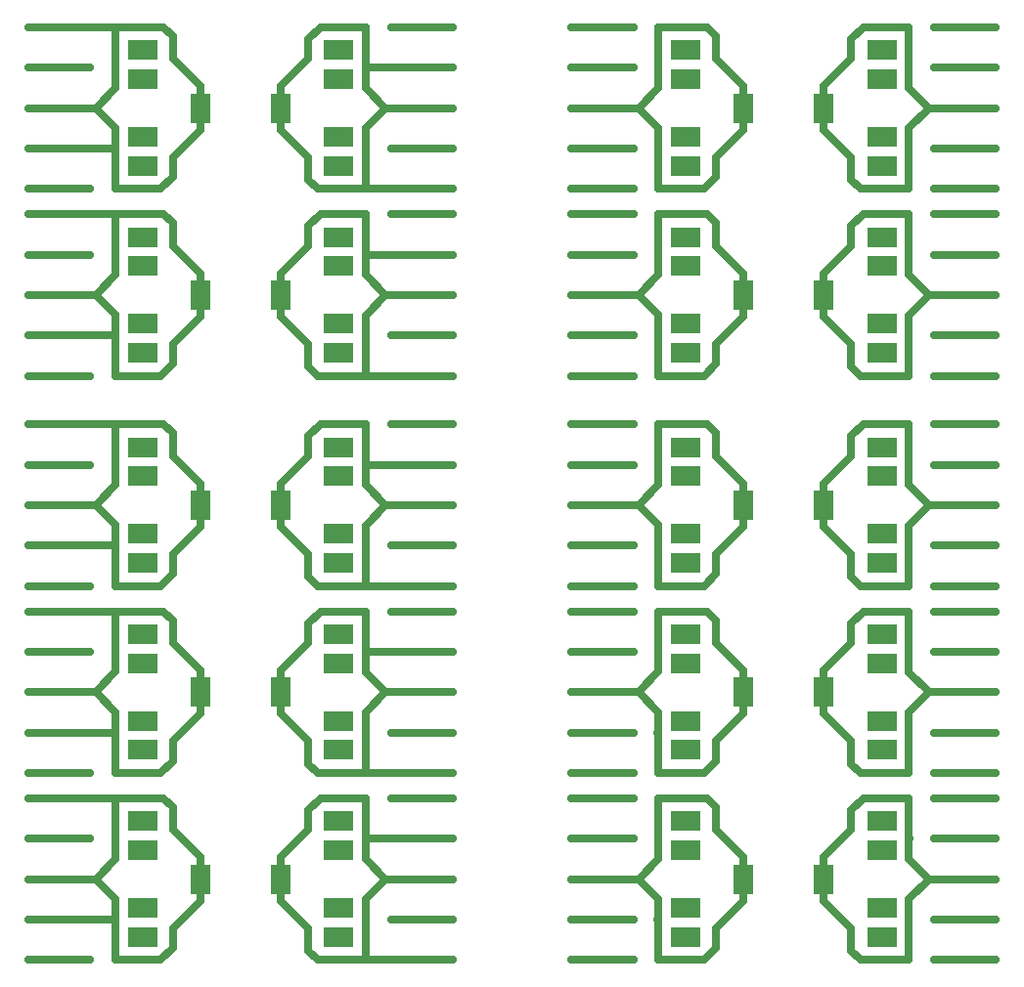
<source format=gbl>
G04 #@! TF.GenerationSoftware,KiCad,Pcbnew,(5.1.0)-1*
G04 #@! TF.CreationDate,2019-05-31T01:19:26-04:00*
G04 #@! TF.ProjectId,10x-Input-10x-Output,3130782d-496e-4707-9574-2d3130782d4f,0.1*
G04 #@! TF.SameCoordinates,Original*
G04 #@! TF.FileFunction,Copper,L2,Bot*
G04 #@! TF.FilePolarity,Positive*
%FSLAX46Y46*%
G04 Gerber Fmt 4.6, Leading zero omitted, Abs format (unit mm)*
G04 Created by KiCad (PCBNEW (5.1.0)-1) date 2019-05-31 01:19:26*
%MOMM*%
%LPD*%
G04 APERTURE LIST*
%ADD10R,2.500000X1.800000*%
%ADD11R,1.800000X2.500000*%
%ADD12C,0.609600*%
%ADD13C,0.635000*%
G04 APERTURE END LIST*
D10*
X140050000Y-68904000D03*
X140050000Y-73904000D03*
D11*
X145050000Y-71404000D03*
D10*
X140050000Y-66404000D03*
X140050000Y-76404000D03*
X157050000Y-100804000D03*
X157050000Y-110804000D03*
D11*
X152050000Y-105804000D03*
D10*
X157050000Y-103304000D03*
X157050000Y-108304000D03*
X140050000Y-103304000D03*
X140050000Y-108304000D03*
D11*
X145050000Y-105804000D03*
D10*
X140050000Y-100804000D03*
X140050000Y-110804000D03*
X157050000Y-66404000D03*
X157050000Y-76404000D03*
D11*
X152050000Y-71404000D03*
D10*
X157050000Y-68904000D03*
X157050000Y-73904000D03*
X157050000Y-90104000D03*
X157050000Y-85104000D03*
D11*
X152050000Y-87604000D03*
D10*
X157050000Y-92604000D03*
X157050000Y-82604000D03*
X140050000Y-92604000D03*
X140050000Y-82604000D03*
D11*
X145050000Y-87604000D03*
D10*
X140050000Y-90104000D03*
X140050000Y-85104000D03*
X157050000Y-140704000D03*
X157050000Y-135704000D03*
D11*
X152050000Y-138204000D03*
D10*
X157050000Y-143204000D03*
X157050000Y-133204000D03*
X140050000Y-119504000D03*
X140050000Y-124504000D03*
D11*
X145050000Y-122004000D03*
D10*
X140050000Y-117004000D03*
X140050000Y-127004000D03*
X157050000Y-117004000D03*
X157050000Y-127004000D03*
D11*
X152050000Y-122004000D03*
D10*
X157050000Y-119504000D03*
X157050000Y-124504000D03*
X140050000Y-143204000D03*
X140050000Y-133204000D03*
D11*
X145050000Y-138204000D03*
D10*
X140050000Y-140704000D03*
X140050000Y-135704000D03*
X110050000Y-73904000D03*
X110050000Y-68904000D03*
D11*
X105050000Y-71404000D03*
D10*
X110050000Y-76404000D03*
X110050000Y-66404000D03*
X93050000Y-76404000D03*
X93050000Y-66404000D03*
D11*
X98050000Y-71404000D03*
D10*
X93050000Y-73904000D03*
X93050000Y-68904000D03*
X110050000Y-108304000D03*
X110050000Y-103304000D03*
D11*
X105050000Y-105804000D03*
D10*
X110050000Y-110804000D03*
X110050000Y-100804000D03*
X93050000Y-85104000D03*
X93050000Y-90104000D03*
D11*
X98050000Y-87604000D03*
D10*
X93050000Y-82604000D03*
X93050000Y-92604000D03*
X110050000Y-82604000D03*
X110050000Y-92604000D03*
D11*
X105050000Y-87604000D03*
D10*
X110050000Y-85104000D03*
X110050000Y-90104000D03*
X93050000Y-110804000D03*
X93050000Y-100804000D03*
D11*
X98050000Y-105804000D03*
D10*
X93050000Y-108304000D03*
X93050000Y-103304000D03*
X110050000Y-124504000D03*
X110050000Y-119504000D03*
D11*
X105050000Y-122004000D03*
D10*
X110050000Y-127004000D03*
X110050000Y-117004000D03*
X93050000Y-127004000D03*
X93050000Y-117004000D03*
D11*
X98050000Y-122004000D03*
D10*
X93050000Y-124504000D03*
X93050000Y-119504000D03*
X110050000Y-133204000D03*
X110050000Y-143204000D03*
D11*
X105050000Y-138204000D03*
D10*
X110050000Y-135704000D03*
X110050000Y-140704000D03*
X93050000Y-135704000D03*
X93050000Y-140704000D03*
D11*
X98050000Y-138204000D03*
D10*
X93050000Y-133204000D03*
X93050000Y-143204000D03*
D12*
X88550000Y-141704000D03*
X88550000Y-138204000D03*
X88550000Y-131204000D03*
X88550000Y-145204000D03*
X88550000Y-134704000D03*
X114550000Y-145204000D03*
X114550000Y-134704000D03*
X114550000Y-131204000D03*
X114550000Y-138204000D03*
X114550000Y-141704000D03*
X88550000Y-115004000D03*
X88550000Y-125504000D03*
X88550000Y-129004000D03*
X88550000Y-122004000D03*
X88550000Y-118504000D03*
X114550000Y-129004000D03*
X114550000Y-122004000D03*
X114550000Y-125504000D03*
X114550000Y-118504000D03*
X114550000Y-115004000D03*
X88550000Y-98804000D03*
X88550000Y-109304000D03*
X88550000Y-112804000D03*
X88550000Y-105804000D03*
X88550000Y-102304000D03*
X114550000Y-112804000D03*
X114550000Y-105804000D03*
X114550000Y-80604000D03*
X114550000Y-91104000D03*
X88550000Y-87604000D03*
X114550000Y-94604000D03*
X88550000Y-94604000D03*
X114550000Y-109304000D03*
X88550000Y-84104000D03*
X114550000Y-84104000D03*
X114550000Y-102304000D03*
X88550000Y-80604000D03*
X114550000Y-87604000D03*
X114550000Y-98804000D03*
X88550000Y-91104000D03*
X88550000Y-64404000D03*
X88550000Y-74904000D03*
X88550000Y-78404000D03*
X88550000Y-71404000D03*
X88550000Y-67904000D03*
X114550000Y-78404000D03*
X114550000Y-71404000D03*
X114550000Y-74904000D03*
X114550000Y-67904000D03*
X114550000Y-64404000D03*
X135550000Y-91104000D03*
X135550000Y-105804000D03*
X161550000Y-84104000D03*
X161550000Y-102304000D03*
X161550000Y-98804000D03*
X161550000Y-109304000D03*
X161550000Y-105804000D03*
X161550000Y-80604000D03*
X161550000Y-112804000D03*
X161550000Y-91104000D03*
X161550000Y-94604000D03*
X135550000Y-112804000D03*
X135550000Y-94604000D03*
X161550000Y-87604000D03*
X135550000Y-87604000D03*
X135550000Y-109304000D03*
X135550000Y-102304000D03*
X135550000Y-98804000D03*
X135550000Y-84104000D03*
X135550000Y-80604000D03*
X135550000Y-131204000D03*
X135550000Y-141704000D03*
X135550000Y-145204000D03*
X135550000Y-138204000D03*
X135550000Y-134704000D03*
X161550000Y-145204000D03*
X161550000Y-138204000D03*
X135550000Y-71404000D03*
X161550000Y-67904000D03*
X161550000Y-115004000D03*
X161550000Y-125504000D03*
X161550000Y-64404000D03*
X135550000Y-122004000D03*
X161550000Y-129004000D03*
X135550000Y-129004000D03*
X135550000Y-78404000D03*
X161550000Y-74904000D03*
X161550000Y-141704000D03*
X135550000Y-118504000D03*
X161550000Y-71404000D03*
X135550000Y-67904000D03*
X161550000Y-118504000D03*
X161550000Y-134704000D03*
X135550000Y-115004000D03*
X161550000Y-122004000D03*
X161550000Y-131204000D03*
X161550000Y-78404000D03*
X135550000Y-125504000D03*
X135550000Y-74904000D03*
X135550000Y-64404000D03*
D13*
X88550000Y-141704000D02*
X83150000Y-141704000D01*
X88550000Y-138204000D02*
X83150000Y-138204000D01*
X88550000Y-131204000D02*
X83150000Y-131204000D01*
X88550000Y-145204000D02*
X83150000Y-145204000D01*
X88550000Y-134704000D02*
X83150000Y-134704000D01*
X98050000Y-136319000D02*
X95677000Y-133946000D01*
X98050000Y-138204000D02*
X98050000Y-136319000D01*
X95677000Y-133946000D02*
X95677000Y-131981000D01*
X95677000Y-131981000D02*
X94900000Y-131204000D01*
X90739000Y-136446052D02*
X88981052Y-138204000D01*
X90739000Y-131204000D02*
X90739000Y-136446052D01*
X94900000Y-131204000D02*
X90739000Y-131204000D01*
X98050000Y-140089000D02*
X95677000Y-142462000D01*
X98050000Y-138204000D02*
X98050000Y-140089000D01*
X95677000Y-142462000D02*
X95677000Y-144173000D01*
X95677000Y-144173000D02*
X94646000Y-145204000D01*
X88981052Y-138204000D02*
X88550000Y-138204000D01*
X90709000Y-139931948D02*
X88981052Y-138204000D01*
X94646000Y-145204000D02*
X90709000Y-145204000D01*
X90739000Y-131204000D02*
X88550000Y-131204000D01*
X90623000Y-141704000D02*
X90709000Y-141618000D01*
X88550000Y-141704000D02*
X90623000Y-141704000D01*
X90709000Y-145204000D02*
X90709000Y-141618000D01*
X90709000Y-141618000D02*
X90709000Y-139931948D01*
X114550000Y-134704000D02*
X119950000Y-134704000D01*
X114550000Y-145204000D02*
X119950000Y-145204000D01*
X114550000Y-138204000D02*
X119950000Y-138204000D01*
X114550000Y-131204000D02*
X119950000Y-131204000D01*
X114550000Y-141704000D02*
X119950000Y-141704000D01*
X105050000Y-140089000D02*
X107423000Y-142462000D01*
X105050000Y-136319000D02*
X107423000Y-133946000D01*
X112361000Y-139961948D02*
X114118948Y-138204000D01*
X105050000Y-138204000D02*
X105050000Y-136319000D01*
X107423000Y-142462000D02*
X107423000Y-144427000D01*
X107423000Y-144427000D02*
X108200000Y-145204000D01*
X112391000Y-136476052D02*
X114118948Y-138204000D01*
X112361000Y-145204000D02*
X114550000Y-145204000D01*
X108200000Y-145204000D02*
X112361000Y-145204000D01*
X105050000Y-138204000D02*
X105050000Y-140089000D01*
X107423000Y-132235000D02*
X108454000Y-131204000D01*
X108454000Y-131204000D02*
X112391000Y-131204000D01*
X112477000Y-134704000D02*
X112391000Y-134790000D01*
X112391000Y-131204000D02*
X112391000Y-134790000D01*
X112391000Y-134790000D02*
X112391000Y-136476052D01*
X114118948Y-138204000D02*
X114550000Y-138204000D01*
X114550000Y-134704000D02*
X112477000Y-134704000D01*
X112361000Y-145204000D02*
X112361000Y-139961948D01*
X107423000Y-133946000D02*
X107423000Y-132235000D01*
X112391000Y-115004000D02*
X112391000Y-118590000D01*
X107423000Y-128227000D02*
X108200000Y-129004000D01*
X114550000Y-125504000D02*
X119950000Y-125504000D01*
X105050000Y-123889000D02*
X107423000Y-126262000D01*
X112391000Y-120276052D02*
X114118948Y-122004000D01*
X112361000Y-129004000D02*
X114550000Y-129004000D01*
X107423000Y-116035000D02*
X108454000Y-115004000D01*
X112477000Y-118504000D02*
X112391000Y-118590000D01*
X114550000Y-129004000D02*
X119950000Y-129004000D01*
X114550000Y-115004000D02*
X119950000Y-115004000D01*
X114550000Y-122004000D02*
X119950000Y-122004000D01*
X105050000Y-120119000D02*
X107423000Y-117746000D01*
X112361000Y-123761948D02*
X114118948Y-122004000D01*
X105050000Y-122004000D02*
X105050000Y-123889000D01*
X114550000Y-118504000D02*
X119950000Y-118504000D01*
X107423000Y-126262000D02*
X107423000Y-128227000D01*
X108200000Y-129004000D02*
X112361000Y-129004000D01*
X105050000Y-122004000D02*
X105050000Y-120119000D01*
X108454000Y-115004000D02*
X112391000Y-115004000D01*
X88550000Y-125504000D02*
X83150000Y-125504000D01*
X88550000Y-115004000D02*
X83150000Y-115004000D01*
X88550000Y-122004000D02*
X83150000Y-122004000D01*
X88550000Y-129004000D02*
X83150000Y-129004000D01*
X88550000Y-118504000D02*
X83150000Y-118504000D01*
X98050000Y-120119000D02*
X95677000Y-117746000D01*
X98050000Y-123889000D02*
X95677000Y-126262000D01*
X90739000Y-120246052D02*
X88981052Y-122004000D01*
X98050000Y-122004000D02*
X98050000Y-123889000D01*
X95677000Y-117746000D02*
X95677000Y-115781000D01*
X95677000Y-115781000D02*
X94900000Y-115004000D01*
X90709000Y-123731948D02*
X88981052Y-122004000D01*
X90739000Y-115004000D02*
X88550000Y-115004000D01*
X94900000Y-115004000D02*
X90739000Y-115004000D01*
X98050000Y-122004000D02*
X98050000Y-120119000D01*
X95677000Y-127973000D02*
X94646000Y-129004000D01*
X94646000Y-129004000D02*
X90709000Y-129004000D01*
X90623000Y-125504000D02*
X90709000Y-125418000D01*
X90709000Y-129004000D02*
X90709000Y-125418000D01*
X90709000Y-125418000D02*
X90709000Y-123731948D01*
X88981052Y-122004000D02*
X88550000Y-122004000D01*
X88550000Y-125504000D02*
X90623000Y-125504000D01*
X90739000Y-115004000D02*
X90739000Y-120246052D01*
X95677000Y-126262000D02*
X95677000Y-127973000D01*
X107423000Y-117746000D02*
X107423000Y-116035000D01*
X112361000Y-129004000D02*
X112361000Y-123761948D01*
X114550000Y-118504000D02*
X112477000Y-118504000D01*
X114118948Y-122004000D02*
X114550000Y-122004000D01*
X112391000Y-118590000D02*
X112391000Y-120276052D01*
X112391000Y-98804000D02*
X112391000Y-102390000D01*
X107423000Y-112027000D02*
X108200000Y-112804000D01*
X114550000Y-109304000D02*
X119950000Y-109304000D01*
X105050000Y-107689000D02*
X107423000Y-110062000D01*
X112391000Y-104076052D02*
X114118948Y-105804000D01*
X112361000Y-112804000D02*
X114550000Y-112804000D01*
X107423000Y-99835000D02*
X108454000Y-98804000D01*
X112477000Y-102304000D02*
X112391000Y-102390000D01*
X114550000Y-112804000D02*
X119950000Y-112804000D01*
X114550000Y-98804000D02*
X119950000Y-98804000D01*
X114550000Y-105804000D02*
X119950000Y-105804000D01*
X105050000Y-103919000D02*
X107423000Y-101546000D01*
X112361000Y-107561948D02*
X114118948Y-105804000D01*
X105050000Y-105804000D02*
X105050000Y-107689000D01*
X114550000Y-102304000D02*
X119950000Y-102304000D01*
X107423000Y-110062000D02*
X107423000Y-112027000D01*
X108200000Y-112804000D02*
X112361000Y-112804000D01*
X105050000Y-105804000D02*
X105050000Y-103919000D01*
X108454000Y-98804000D02*
X112391000Y-98804000D01*
X114118948Y-87604000D02*
X114550000Y-87604000D01*
X95677000Y-91862000D02*
X95677000Y-93573000D01*
X112361000Y-94604000D02*
X112361000Y-89361948D01*
X112391000Y-84190000D02*
X112391000Y-85876052D01*
X107423000Y-83346000D02*
X107423000Y-81635000D01*
X114550000Y-84104000D02*
X112477000Y-84104000D01*
X98050000Y-85719000D02*
X95677000Y-83346000D01*
X112361000Y-89361948D02*
X114118948Y-87604000D01*
X105050000Y-85719000D02*
X107423000Y-83346000D01*
X98050000Y-89489000D02*
X95677000Y-91862000D01*
X88550000Y-80604000D02*
X83150000Y-80604000D01*
X114550000Y-91104000D02*
X119950000Y-91104000D01*
X105050000Y-89489000D02*
X107423000Y-91862000D01*
X112391000Y-85876052D02*
X114118948Y-87604000D01*
X114550000Y-94604000D02*
X119950000Y-94604000D01*
X114550000Y-80604000D02*
X119950000Y-80604000D01*
X105050000Y-87604000D02*
X105050000Y-89489000D01*
X107423000Y-91862000D02*
X107423000Y-93827000D01*
X114550000Y-87604000D02*
X119950000Y-87604000D01*
X108200000Y-94604000D02*
X112361000Y-94604000D01*
X88550000Y-87604000D02*
X83150000Y-87604000D01*
X107423000Y-81635000D02*
X108454000Y-80604000D01*
X107423000Y-93827000D02*
X108200000Y-94604000D01*
X112477000Y-84104000D02*
X112391000Y-84190000D01*
X105050000Y-87604000D02*
X105050000Y-85719000D01*
X108454000Y-80604000D02*
X112391000Y-80604000D01*
X88550000Y-91104000D02*
X83150000Y-91104000D01*
X112391000Y-80604000D02*
X112391000Y-84190000D01*
X88550000Y-94604000D02*
X83150000Y-94604000D01*
X88550000Y-84104000D02*
X83150000Y-84104000D01*
X112361000Y-94604000D02*
X114550000Y-94604000D01*
X114550000Y-84104000D02*
X119950000Y-84104000D01*
X90739000Y-80604000D02*
X88550000Y-80604000D01*
X98050000Y-87604000D02*
X98050000Y-85719000D01*
X95677000Y-81381000D02*
X94900000Y-80604000D01*
X94900000Y-80604000D02*
X90739000Y-80604000D01*
X95677000Y-93573000D02*
X94646000Y-94604000D01*
X90709000Y-91018000D02*
X90709000Y-89331948D01*
X88981052Y-87604000D02*
X88550000Y-87604000D01*
X88550000Y-91104000D02*
X90623000Y-91104000D01*
X95677000Y-83346000D02*
X95677000Y-81381000D01*
X90739000Y-80604000D02*
X90739000Y-85846052D01*
X90739000Y-85846052D02*
X88981052Y-87604000D01*
X94646000Y-94604000D02*
X90709000Y-94604000D01*
X90623000Y-91104000D02*
X90709000Y-91018000D01*
X90709000Y-94604000D02*
X90709000Y-91018000D01*
X98050000Y-87604000D02*
X98050000Y-89489000D01*
X90709000Y-89331948D02*
X88981052Y-87604000D01*
X88550000Y-109304000D02*
X83150000Y-109304000D01*
X88550000Y-98804000D02*
X83150000Y-98804000D01*
X88550000Y-105804000D02*
X83150000Y-105804000D01*
X88550000Y-112804000D02*
X83150000Y-112804000D01*
X88550000Y-102304000D02*
X83150000Y-102304000D01*
X98050000Y-103919000D02*
X95677000Y-101546000D01*
X98050000Y-107689000D02*
X95677000Y-110062000D01*
X90739000Y-104046052D02*
X88981052Y-105804000D01*
X98050000Y-105804000D02*
X98050000Y-107689000D01*
X95677000Y-101546000D02*
X95677000Y-99581000D01*
X95677000Y-99581000D02*
X94900000Y-98804000D01*
X90709000Y-107531948D02*
X88981052Y-105804000D01*
X90739000Y-98804000D02*
X88550000Y-98804000D01*
X94900000Y-98804000D02*
X90739000Y-98804000D01*
X98050000Y-105804000D02*
X98050000Y-103919000D01*
X95677000Y-111773000D02*
X94646000Y-112804000D01*
X94646000Y-112804000D02*
X90709000Y-112804000D01*
X90623000Y-109304000D02*
X90709000Y-109218000D01*
X90709000Y-112804000D02*
X90709000Y-109218000D01*
X90709000Y-109218000D02*
X90709000Y-107531948D01*
X88981052Y-105804000D02*
X88550000Y-105804000D01*
X88550000Y-109304000D02*
X90623000Y-109304000D01*
X90739000Y-98804000D02*
X90739000Y-104046052D01*
X95677000Y-110062000D02*
X95677000Y-111773000D01*
X107423000Y-101546000D02*
X107423000Y-99835000D01*
X112361000Y-112804000D02*
X112361000Y-107561948D01*
X114550000Y-102304000D02*
X112477000Y-102304000D01*
X114118948Y-105804000D02*
X114550000Y-105804000D01*
X112391000Y-102390000D02*
X112391000Y-104076052D01*
X112391000Y-64404000D02*
X112391000Y-67990000D01*
X107423000Y-77627000D02*
X108200000Y-78404000D01*
X114550000Y-74904000D02*
X119950000Y-74904000D01*
X105050000Y-73289000D02*
X107423000Y-75662000D01*
X112391000Y-69676052D02*
X114118948Y-71404000D01*
X112361000Y-78404000D02*
X114550000Y-78404000D01*
X107423000Y-65435000D02*
X108454000Y-64404000D01*
X112477000Y-67904000D02*
X112391000Y-67990000D01*
X114550000Y-78404000D02*
X119950000Y-78404000D01*
X114550000Y-64404000D02*
X119950000Y-64404000D01*
X114550000Y-71404000D02*
X119950000Y-71404000D01*
X105050000Y-69519000D02*
X107423000Y-67146000D01*
X112361000Y-73161948D02*
X114118948Y-71404000D01*
X105050000Y-71404000D02*
X105050000Y-73289000D01*
X114550000Y-67904000D02*
X119950000Y-67904000D01*
X107423000Y-75662000D02*
X107423000Y-77627000D01*
X108200000Y-78404000D02*
X112361000Y-78404000D01*
X105050000Y-71404000D02*
X105050000Y-69519000D01*
X108454000Y-64404000D02*
X112391000Y-64404000D01*
X88550000Y-74904000D02*
X83150000Y-74904000D01*
X88550000Y-64404000D02*
X83150000Y-64404000D01*
X88550000Y-71404000D02*
X83150000Y-71404000D01*
X88550000Y-78404000D02*
X83150000Y-78404000D01*
X88550000Y-67904000D02*
X83150000Y-67904000D01*
X98050000Y-69519000D02*
X95677000Y-67146000D01*
X98050000Y-73289000D02*
X95677000Y-75662000D01*
X90739000Y-69646052D02*
X88981052Y-71404000D01*
X98050000Y-71404000D02*
X98050000Y-73289000D01*
X95677000Y-67146000D02*
X95677000Y-65181000D01*
X95677000Y-65181000D02*
X94900000Y-64404000D01*
X90709000Y-73131948D02*
X88981052Y-71404000D01*
X90739000Y-64404000D02*
X88550000Y-64404000D01*
X94900000Y-64404000D02*
X90739000Y-64404000D01*
X98050000Y-71404000D02*
X98050000Y-69519000D01*
X95677000Y-77373000D02*
X94646000Y-78404000D01*
X94646000Y-78404000D02*
X90709000Y-78404000D01*
X90623000Y-74904000D02*
X90709000Y-74818000D01*
X90709000Y-78404000D02*
X90709000Y-74818000D01*
X90709000Y-74818000D02*
X90709000Y-73131948D01*
X88981052Y-71404000D02*
X88550000Y-71404000D01*
X88550000Y-74904000D02*
X90623000Y-74904000D01*
X90739000Y-64404000D02*
X90739000Y-69646052D01*
X95677000Y-75662000D02*
X95677000Y-77373000D01*
X107423000Y-67146000D02*
X107423000Y-65435000D01*
X112361000Y-78404000D02*
X112361000Y-73161948D01*
X114550000Y-67904000D02*
X112477000Y-67904000D01*
X114118948Y-71404000D02*
X114550000Y-71404000D01*
X112391000Y-67990000D02*
X112391000Y-69676052D01*
X159391000Y-131204000D02*
X159391000Y-134790000D01*
X154423000Y-144427000D02*
X155200000Y-145204000D01*
X161550000Y-141704000D02*
X166950000Y-141704000D01*
X152050000Y-140089000D02*
X154423000Y-142462000D01*
X159391000Y-136476052D02*
X161118948Y-138204000D01*
X154423000Y-132235000D02*
X155454000Y-131204000D01*
X159477000Y-134704000D02*
X159391000Y-134790000D01*
X161550000Y-145204000D02*
X166950000Y-145204000D01*
X161550000Y-131204000D02*
X166950000Y-131204000D01*
X161550000Y-138204000D02*
X166950000Y-138204000D01*
X152050000Y-136319000D02*
X154423000Y-133946000D01*
X159361000Y-139961948D02*
X161118948Y-138204000D01*
X152050000Y-138204000D02*
X152050000Y-140089000D01*
X161550000Y-134704000D02*
X166950000Y-134704000D01*
X154423000Y-142462000D02*
X154423000Y-144427000D01*
X155200000Y-145204000D02*
X159361000Y-145204000D01*
X152050000Y-138204000D02*
X152050000Y-136319000D01*
X155454000Y-131204000D02*
X159391000Y-131204000D01*
X161118948Y-122004000D02*
X161550000Y-122004000D01*
X142677000Y-126262000D02*
X142677000Y-127973000D01*
X159361000Y-129004000D02*
X159361000Y-123761948D01*
X159391000Y-118590000D02*
X159391000Y-120276052D01*
X154423000Y-117746000D02*
X154423000Y-116035000D01*
X145050000Y-120119000D02*
X142677000Y-117746000D01*
X159361000Y-123761948D02*
X161118948Y-122004000D01*
X152050000Y-120119000D02*
X154423000Y-117746000D01*
X145050000Y-123889000D02*
X142677000Y-126262000D01*
X135550000Y-115004000D02*
X130150000Y-115004000D01*
X161550000Y-125504000D02*
X166950000Y-125504000D01*
X152050000Y-123889000D02*
X154423000Y-126262000D01*
X159391000Y-120276052D02*
X161118948Y-122004000D01*
X161550000Y-129004000D02*
X166950000Y-129004000D01*
X161550000Y-115004000D02*
X166950000Y-115004000D01*
X152050000Y-122004000D02*
X152050000Y-123889000D01*
X154423000Y-126262000D02*
X154423000Y-128227000D01*
X161550000Y-122004000D02*
X166950000Y-122004000D01*
X155200000Y-129004000D02*
X159361000Y-129004000D01*
X135550000Y-122004000D02*
X130150000Y-122004000D01*
X154423000Y-116035000D02*
X155454000Y-115004000D01*
X154423000Y-128227000D02*
X155200000Y-129004000D01*
X152050000Y-122004000D02*
X152050000Y-120119000D01*
X155454000Y-115004000D02*
X159391000Y-115004000D01*
X135550000Y-125504000D02*
X130150000Y-125504000D01*
X159391000Y-115004000D02*
X159391000Y-118590000D01*
X135550000Y-129004000D02*
X130150000Y-129004000D01*
X135550000Y-118504000D02*
X130150000Y-118504000D01*
X161550000Y-118504000D02*
X166950000Y-118504000D01*
X145050000Y-122004000D02*
X145050000Y-120119000D01*
X142677000Y-115781000D02*
X141900000Y-115004000D01*
X141900000Y-115004000D02*
X137739000Y-115004000D01*
X142677000Y-127973000D02*
X141646000Y-129004000D01*
X137709000Y-125418000D02*
X137709000Y-123731948D01*
X135981052Y-122004000D02*
X135550000Y-122004000D01*
X142677000Y-117746000D02*
X142677000Y-115781000D01*
X137739000Y-115004000D02*
X137739000Y-120246052D01*
X137739000Y-120246052D02*
X135981052Y-122004000D01*
X141646000Y-129004000D02*
X137709000Y-129004000D01*
X137623000Y-125504000D02*
X137709000Y-125418000D01*
X137709000Y-129004000D02*
X137709000Y-125418000D01*
X145050000Y-122004000D02*
X145050000Y-123889000D01*
X137709000Y-123731948D02*
X135981052Y-122004000D01*
X135550000Y-141704000D02*
X130150000Y-141704000D01*
X135550000Y-131204000D02*
X130150000Y-131204000D01*
X135550000Y-138204000D02*
X130150000Y-138204000D01*
X135550000Y-145204000D02*
X130150000Y-145204000D01*
X135550000Y-134704000D02*
X130150000Y-134704000D01*
X145050000Y-136319000D02*
X142677000Y-133946000D01*
X145050000Y-140089000D02*
X142677000Y-142462000D01*
X137739000Y-136446052D02*
X135981052Y-138204000D01*
X145050000Y-138204000D02*
X145050000Y-140089000D01*
X142677000Y-133946000D02*
X142677000Y-131981000D01*
X142677000Y-131981000D02*
X141900000Y-131204000D01*
X137709000Y-139931948D02*
X135981052Y-138204000D01*
X141900000Y-131204000D02*
X137739000Y-131204000D01*
X145050000Y-138204000D02*
X145050000Y-136319000D01*
X142677000Y-144173000D02*
X141646000Y-145204000D01*
X141646000Y-145204000D02*
X137709000Y-145204000D01*
X137623000Y-141704000D02*
X137709000Y-141618000D01*
X137709000Y-145204000D02*
X137709000Y-141618000D01*
X137709000Y-141618000D02*
X137709000Y-139931948D01*
X135981052Y-138204000D02*
X135550000Y-138204000D01*
X137739000Y-131204000D02*
X137739000Y-136446052D01*
X142677000Y-142462000D02*
X142677000Y-144173000D01*
X145050000Y-71404000D02*
X145050000Y-69519000D01*
X142677000Y-75662000D02*
X142677000Y-77373000D01*
X135550000Y-67904000D02*
X130150000Y-67904000D01*
X135550000Y-78404000D02*
X130150000Y-78404000D01*
X145050000Y-73289000D02*
X142677000Y-75662000D01*
X137709000Y-78404000D02*
X137709000Y-74818000D01*
X145050000Y-69519000D02*
X142677000Y-67146000D01*
X145050000Y-71404000D02*
X145050000Y-73289000D01*
X142677000Y-67146000D02*
X142677000Y-65181000D01*
X137709000Y-73131948D02*
X135981052Y-71404000D01*
X141900000Y-64404000D02*
X137739000Y-64404000D01*
X137739000Y-69646052D02*
X135981052Y-71404000D01*
X141646000Y-78404000D02*
X137709000Y-78404000D01*
X142677000Y-77373000D02*
X141646000Y-78404000D01*
X137709000Y-74818000D02*
X137709000Y-73131948D01*
X135550000Y-71404000D02*
X130150000Y-71404000D01*
X135981052Y-71404000D02*
X135550000Y-71404000D01*
X137739000Y-64404000D02*
X137739000Y-69646052D01*
X135550000Y-74904000D02*
X130150000Y-74904000D01*
X142677000Y-65181000D02*
X141900000Y-64404000D01*
X135550000Y-64404000D02*
X130150000Y-64404000D01*
X159391000Y-67990000D02*
X159391000Y-69676052D01*
X154423000Y-67146000D02*
X154423000Y-65435000D01*
X161118948Y-71404000D02*
X161550000Y-71404000D01*
X159361000Y-78404000D02*
X159361000Y-73161948D01*
X154423000Y-75662000D02*
X154423000Y-77627000D01*
X152050000Y-69519000D02*
X154423000Y-67146000D01*
X154423000Y-77627000D02*
X155200000Y-78404000D01*
X161550000Y-71404000D02*
X166950000Y-71404000D01*
X159391000Y-69676052D02*
X161118948Y-71404000D01*
X159391000Y-64404000D02*
X159391000Y-67990000D01*
X161550000Y-74904000D02*
X166950000Y-74904000D01*
X154423000Y-65435000D02*
X155454000Y-64404000D01*
X152050000Y-71404000D02*
X152050000Y-73289000D01*
X152050000Y-73289000D02*
X154423000Y-75662000D01*
X161550000Y-78404000D02*
X166950000Y-78404000D01*
X161550000Y-64404000D02*
X166950000Y-64404000D01*
X159361000Y-73161948D02*
X161118948Y-71404000D01*
X161550000Y-67904000D02*
X166950000Y-67904000D01*
X155200000Y-78404000D02*
X159361000Y-78404000D01*
X155454000Y-64404000D02*
X159391000Y-64404000D01*
X152050000Y-71404000D02*
X152050000Y-69519000D01*
X155200000Y-112804000D02*
X159361000Y-112804000D01*
X154423000Y-110062000D02*
X154423000Y-112027000D01*
X154423000Y-83346000D02*
X154423000Y-81635000D01*
X161550000Y-94604000D02*
X166950000Y-94604000D01*
X152050000Y-87604000D02*
X152050000Y-89489000D01*
X152050000Y-105804000D02*
X152050000Y-107689000D01*
X159361000Y-89361948D02*
X161118948Y-87604000D01*
X161550000Y-98804000D02*
X166950000Y-98804000D01*
X161550000Y-105804000D02*
X166950000Y-105804000D01*
X154423000Y-91862000D02*
X154423000Y-93827000D01*
X152050000Y-103919000D02*
X154423000Y-101546000D01*
X161550000Y-91104000D02*
X166950000Y-91104000D01*
X161550000Y-87604000D02*
X166950000Y-87604000D01*
X155454000Y-98804000D02*
X159391000Y-98804000D01*
X135550000Y-80604000D02*
X130150000Y-80604000D01*
X159391000Y-84190000D02*
X159391000Y-85876052D01*
X152050000Y-85719000D02*
X154423000Y-83346000D01*
X154423000Y-99835000D02*
X155454000Y-98804000D01*
X152050000Y-105804000D02*
X152050000Y-103919000D01*
X142677000Y-91862000D02*
X142677000Y-93573000D01*
X145050000Y-85719000D02*
X142677000Y-83346000D01*
X145050000Y-89489000D02*
X142677000Y-91862000D01*
X152050000Y-89489000D02*
X154423000Y-91862000D01*
X159361000Y-107561948D02*
X161118948Y-105804000D01*
X159361000Y-94604000D02*
X159361000Y-89361948D01*
X159391000Y-85876052D02*
X161118948Y-87604000D01*
X161550000Y-80604000D02*
X166950000Y-80604000D01*
X161550000Y-112804000D02*
X166950000Y-112804000D01*
X161550000Y-102304000D02*
X166950000Y-102304000D01*
X161118948Y-87604000D02*
X161550000Y-87604000D01*
X155200000Y-94604000D02*
X159361000Y-94604000D01*
X135550000Y-87604000D02*
X130150000Y-87604000D01*
X154423000Y-112027000D02*
X155200000Y-112804000D01*
X161550000Y-109304000D02*
X166950000Y-109304000D01*
X152050000Y-107689000D02*
X154423000Y-110062000D01*
X159391000Y-98804000D02*
X159391000Y-102390000D01*
X159391000Y-104076052D02*
X161118948Y-105804000D01*
X154423000Y-133946000D02*
X154423000Y-132235000D01*
X159361000Y-145204000D02*
X159361000Y-139961948D01*
X161118948Y-138204000D02*
X161550000Y-138204000D01*
X159391000Y-134790000D02*
X159391000Y-136476052D01*
X154423000Y-81635000D02*
X155454000Y-80604000D01*
X159391000Y-80604000D02*
X159391000Y-84190000D01*
X137739000Y-85846052D02*
X135981052Y-87604000D01*
X137709000Y-89331948D02*
X135981052Y-87604000D01*
X135550000Y-91104000D02*
X130150000Y-91104000D01*
X161550000Y-84104000D02*
X166950000Y-84104000D01*
X142677000Y-81381000D02*
X141900000Y-80604000D01*
X137739000Y-80604000D02*
X137739000Y-85846052D01*
X135550000Y-102304000D02*
X130150000Y-102304000D01*
X155454000Y-80604000D02*
X159391000Y-80604000D01*
X137739000Y-104046052D02*
X135981052Y-105804000D01*
X142677000Y-93573000D02*
X141646000Y-94604000D01*
X142677000Y-101546000D02*
X142677000Y-99581000D01*
X135550000Y-94604000D02*
X130150000Y-94604000D01*
X137709000Y-91018000D02*
X137709000Y-89331948D01*
X145050000Y-105804000D02*
X145050000Y-107689000D01*
X135550000Y-112804000D02*
X130150000Y-112804000D01*
X135550000Y-109304000D02*
X130150000Y-109304000D01*
X135550000Y-98804000D02*
X130150000Y-98804000D01*
X142677000Y-83346000D02*
X142677000Y-81381000D01*
X137709000Y-94604000D02*
X137709000Y-91018000D01*
X135550000Y-105804000D02*
X130150000Y-105804000D01*
X145050000Y-103919000D02*
X142677000Y-101546000D01*
X141646000Y-94604000D02*
X137709000Y-94604000D01*
X145050000Y-87604000D02*
X145050000Y-89489000D01*
X152050000Y-87604000D02*
X152050000Y-85719000D01*
X135550000Y-84104000D02*
X130150000Y-84104000D01*
X145050000Y-87604000D02*
X145050000Y-85719000D01*
X154423000Y-93827000D02*
X155200000Y-94604000D01*
X135981052Y-87604000D02*
X135550000Y-87604000D01*
X141900000Y-80604000D02*
X137739000Y-80604000D01*
X145050000Y-107689000D02*
X142677000Y-110062000D01*
X142677000Y-99581000D02*
X141900000Y-98804000D01*
X159361000Y-112804000D02*
X159361000Y-107561948D01*
X141900000Y-98804000D02*
X137739000Y-98804000D01*
X145050000Y-105804000D02*
X145050000Y-103919000D01*
X137739000Y-98804000D02*
X137739000Y-104046052D01*
X141646000Y-112804000D02*
X137709000Y-112804000D01*
X137709000Y-112804000D02*
X137709000Y-109218000D01*
X159391000Y-102390000D02*
X159391000Y-104076052D01*
X137709000Y-107531948D02*
X135981052Y-105804000D01*
X142677000Y-110062000D02*
X142677000Y-111773000D01*
X154423000Y-101546000D02*
X154423000Y-99835000D01*
X137709000Y-109218000D02*
X137709000Y-107531948D01*
X161118948Y-105804000D02*
X161550000Y-105804000D01*
X135981052Y-105804000D02*
X135550000Y-105804000D01*
X142677000Y-111773000D02*
X141646000Y-112804000D01*
M02*

</source>
